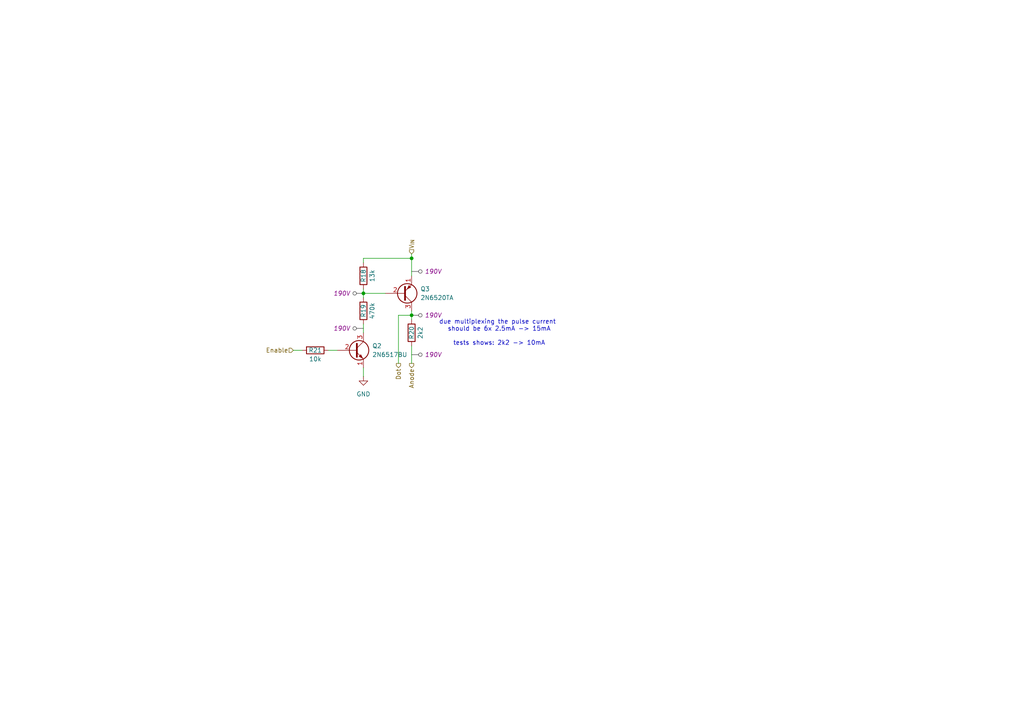
<source format=kicad_sch>
(kicad_sch (version 20231120) (generator "eeschema") (generator_version "8.0")
  (paper "A4")
  (lib_symbols
    (symbol "Device:Q_NPN_EBC" (pin_names (offset 0) hide)
      (property "Reference" "Q" (at 5.08 1.27 0))
      (property "Value" "Q_NPN_EBC" (at 5.08 -1.27 0))
      (symbol "Q_NPN_EBC_0_1"
        (polyline (pts (xy 0.635 0.635) (xy 2.54 2.54)))
        (polyline (pts (xy 0.635 -0.635) (xy 2.54 -2.54) (xy 2.54 -2.54)))
        (polyline (pts (xy 0.635 1.905) (xy 0.635 -1.905) (xy 0.635 -1.905)) (stroke (width 0.508)))
        (polyline (pts (xy 1.27 -1.778) (xy 1.778 -1.27) (xy 2.286 -2.286) (xy 1.27 -1.778) (xy 1.27 -1.778)) (fill (type outline)))
        (circle (center 1.27 0) (radius 2.8194) (stroke (width 0.254)))
      )
      (symbol "Q_NPN_EBC_1_1"
        (pin passive line (at 2.54 -5.08 90) (length 2.54) (name "E") (number "1"))
        (pin passive line (at -5.08 0 0) (length 5.715) (name "B") (number "2"))
        (pin passive line (at 2.54 5.08 270) (length 2.54) (name "C") (number "3"))
      )
    )
    (symbol "Device:Q_PNP_EBC" (pin_names (offset 0) hide)
      (property "Reference" "Q" (at 5.08 1.27 0))
      (property "Value" "Q_PNP_EBC" (at 5.08 -1.27 0))
      (symbol "Q_PNP_EBC_0_1"
        (polyline (pts (xy 0.635 0.635) (xy 2.54 2.54)))
        (polyline (pts (xy 0.635 -0.635) (xy 2.54 -2.54) (xy 2.54 -2.54)))
        (polyline (pts (xy 0.635 1.905) (xy 0.635 -1.905) (xy 0.635 -1.905)) (stroke (width 0.508)))
        (polyline (pts (xy 2.286 -1.778) (xy 1.778 -2.286) (xy 1.27 -1.27) (xy 2.286 -1.778) (xy 2.286 -1.778)) (fill (type outline)))
        (circle (center 1.27 0) (radius 2.8194) (stroke (width 0.254)))
      )
      (symbol "Q_PNP_EBC_1_1"
        (pin passive line (at 2.54 -5.08 90) (length 2.54) (name "E") (number "1"))
        (pin input line (at -5.08 0 0) (length 5.715) (name "B") (number "2"))
        (pin passive line (at 2.54 5.08 270) (length 2.54) (name "C") (number "3"))
      )
    )
    (symbol "Device:R" (pin_numbers hide) (pin_names (offset 0))
      (property "Reference" "R" (at 2.032 0 90))
      (property "Value" "R" (at 0 0 90))
      (symbol "R_0_1"
        (rectangle (start -1.016 -2.54) (end 1.016 2.54) (stroke (width 0.254)))
      )
      (symbol "R_1_1"
        (pin passive line (at 0 3.81 270) (length 1.27) (name "~") (number "1"))
        (pin passive line (at 0 -3.81 90) (length 1.27) (name "~") (number "2"))
      )
    )
    (symbol "power:GND" (power) (pin_numbers hide) (pin_names (offset 0) hide)
      (property "Value" "GND" (at 0 -3.81 0))
      (symbol "GND_0_1"
        (polyline (pts (xy 0 0) (xy 0 -1.27) (xy 1.27 -1.27) (xy 0 -2.54) (xy -1.27 -1.27) (xy 0 -1.27)))
      )
      (symbol "GND_1_1"
        (pin power_in line (at 0 0 270) (length 0) (name "~") (number "1"))
      )
    )
  )
  (junction (at 119.38 74.93))
  (junction (at 119.38 91.44))
  (junction (at 105.41 85.09))
  (wire (pts (xy 115.57 91.44) (xy 115.57 105.41)))
  (wire (pts (xy 105.41 93.98) (xy 105.41 96.52)))
  (wire (pts (xy 105.41 85.09) (xy 105.41 86.36)))
  (wire (pts (xy 119.38 90.17) (xy 119.38 91.44)))
  (wire (pts (xy 105.41 106.68) (xy 105.41 109.22)))
  (wire (pts (xy 105.41 83.82) (xy 105.41 85.09)))
  (wire (pts (xy 105.41 85.09) (xy 111.76 85.09)))
  (wire (pts (xy 115.57 91.44) (xy 119.38 91.44)))
  (wire (pts (xy 85.09 101.6) (xy 87.63 101.6)))
  (wire (pts (xy 105.41 74.93) (xy 105.41 76.2)))
  (wire (pts (xy 105.41 74.93) (xy 119.38 74.93)))
  (wire (pts (xy 119.38 100.33) (xy 119.38 105.41)))
  (wire (pts (xy 119.38 73.66) (xy 119.38 74.93)))
  (wire (pts (xy 119.38 91.44) (xy 119.38 92.71)))
  (wire (pts (xy 119.38 74.93) (xy 119.38 80.01)))
  (wire (pts (xy 95.25 101.6) (xy 97.79 101.6)))
  (text "due multiplexing the pulse current \nshould be 6x 2.5mA -> 15mA\n\ntests shows: 2k2 -> 10mA" (at 144.78 96.52 0) (effects (font (size 1.27 1.27))))
  (hierarchical_label "Enable" (shape input) (at 85.09 101.6 180))
  (hierarchical_label "Anode" (shape output) (at 119.38 105.41 270))
  (hierarchical_label "V_{IN}" (shape input) (at 119.38 73.66 90))
  (hierarchical_label "Dot" (shape output) (at 115.57 105.41 270))
  (netclass_flag "" (length 2.54) (shape round) (at 119.38 91.44 270) (property "Netclass" "190V" (at 123.19 91.44 0) (effects (font (italic yes)) (justify left))))
  (netclass_flag "" (length 2.54) (shape round) (at 119.38 102.87 270) (property "Netclass" "190V" (at 123.19 102.87 0) (effects (font (italic yes)) (justify left))))
  (netclass_flag "" (length 2.54) (shape round) (at 105.41 95.25 90) (property "Netclass" "190V" (at 101.6 95.25 0) (effects (font (italic yes)) (justify right))))
  (netclass_flag "" (length 2.54) (shape round) (at 119.38 78.74 270) (property "Netclass" "190V" (at 123.19 78.74 0) (effects (font (italic yes)) (justify left))))
  (netclass_flag "" (length 2.54) (shape round) (at 105.41 85.09 90) (property "Netclass" "190V" (at 101.6 85.09 0) (effects (font (italic yes)) (justify right))))
  (symbol (lib_id "power:GND") (at 105.41 109.22 0) (unit 1)
    (property "Reference" "#PWR056" (effects (hide yes)))
    (property "Value" "GND" (at 105.41 114.3 0))
    (property "Description" "Power symbol creates a global label with name \"GND\" , ground" (effects (hide yes)))
    (instances (project "nixie-clock" (path "" (reference "#PWR056") (unit 1)) (path "" (reference "#PWR057") (unit 1)) (path "" (reference "#PWR058") (unit 1)) (path "" (reference "#PWR059") (unit 1)) (path "" (reference "#PWR060") (unit 1)) (path "" (reference "#PWR055") (unit 1)) (path "" (reference "#PWR073") (unit 1))))
  )
  (symbol (lib_id "Device:Q_PNP_EBC") (at 116.84 85.09 0) (mirror x) (unit 1)
    (property "Reference" "Q3" (at 121.92 83.8199 0) (effects (justify left)))
    (property "Value" "2N6520TA" (at 121.92 86.3599 0) (effects (justify left)))
    (property "Footprint" "Package_TO_SOT_THT:TO-92_Wide" (effects (hide yes)))
    (property "Datasheet" "https://www.onsemi.com/pdf/datasheet/2n6515-d.pdf" (effects (hide yes)))
    (property "Description" "PNP transistor, emitter/base/collector" (effects (hide yes)))
    (instances (project "nixie-clock" (path "" (reference "Q3") (unit 1)) (path "" (reference "Q5") (unit 1)) (path "" (reference "Q7") (unit 1)) (path "" (reference "Q9") (unit 1)) (path "" (reference "Q11") (unit 1)) (path "" (reference "Q13") (unit 1)) (path "" (reference "Q27") (unit 1))))
  )
  (symbol (lib_id "Device:R") (at 119.38 96.52 0) (unit 1)
    (property "Reference" "R20" (at 119.38 96.52 90))
    (property "Value" "2k2" (at 121.92 96.52 90))
    (property "Footprint" "Resistor_SMD:R_1206_3216Metric_Pad1.30x1.75mm_HandSolder" (effects (hide yes)))
    (instances (project "nixie-clock" (path "" (reference "R20") (unit 1)) (path "" (reference "R24") (unit 1)) (path "" (reference "R28") (unit 1)) (path "" (reference "R32") (unit 1)) (path "" (reference "R36") (unit 1)) (path "" (reference "R40") (unit 1)) (path "" (reference "R70") (unit 1))))
  )
  (symbol (lib_id "Device:R") (at 105.41 90.17 180) (unit 1)
    (property "Reference" "R19" (at 105.41 90.17 90))
    (property "Value" "470k" (at 107.95 90.17 90))
    (property "Footprint" "Resistor_SMD:R_1206_3216Metric_Pad1.30x1.75mm_HandSolder" (effects (hide yes)))
    (instances (project "nixie-clock" (path "" (reference "R19") (unit 1)) (path "" (reference "R23") (unit 1)) (path "" (reference "R27") (unit 1)) (path "" (reference "R31") (unit 1)) (path "" (reference "R35") (unit 1)) (path "" (reference "R39") (unit 1)) (path "" (reference "R69") (unit 1))))
  )
  (symbol (lib_id "Device:R") (at 105.41 80.01 180) (unit 1)
    (property "Reference" "R18" (at 105.41 80.01 90))
    (property "Value" "13k" (at 107.95 80.01 90))
    (property "Footprint" "Resistor_SMD:R_1206_3216Metric_Pad1.30x1.75mm_HandSolder" (effects (hide yes)))
    (instances (project "nixie-clock" (path "" (reference "R18") (unit 1)) (path "" (reference "R22") (unit 1)) (path "" (reference "R26") (unit 1)) (path "" (reference "R30") (unit 1)) (path "" (reference "R34") (unit 1)) (path "" (reference "R38") (unit 1)) (path "" (reference "R68") (unit 1))))
  )
  (symbol (lib_id "Device:Q_NPN_EBC") (at 102.87 101.6 0) (unit 1)
    (property "Reference" "Q2" (at 107.95 100.3299 0) (effects (justify left)))
    (property "Value" "2N6517BU" (at 107.95 102.8699 0) (effects (justify left)))
    (property "Footprint" "Package_TO_SOT_THT:TO-92_Wide" (effects (hide yes)))
    (property "Datasheet" "https://www.onsemi.com/pdf/datasheet/2n6515-d.pdf" (effects (hide yes)))
    (property "Description" "NPN transistor, emitter/base/collector" (effects (hide yes)))
    (instances (project "nixie-clock" (path "" (reference "Q2") (unit 1)) (path "" (reference "Q4") (unit 1)) (path "" (reference "Q6") (unit 1)) (path "" (reference "Q8") (unit 1)) (path "" (reference "Q10") (unit 1)) (path "" (reference "Q12") (unit 1)) (path "" (reference "Q26") (unit 1))))
  )
  (symbol (lib_id "Device:R") (at 91.44 101.6 90) (unit 1)
    (property "Reference" "R21" (at 91.44 101.6 90))
    (property "Value" "10k" (at 91.44 104.14 90))
    (property "Footprint" "Resistor_SMD:R_0603_1608Metric_Pad0.98x0.95mm_HandSolder" (effects (hide yes)))
    (instances (project "nixie-clock" (path "" (reference "R21") (unit 1)) (path "" (reference "R25") (unit 1)) (path "" (reference "R29") (unit 1)) (path "" (reference "R33") (unit 1)) (path "" (reference "R37") (unit 1)) (path "" (reference "R17") (unit 1)) (path "" (reference "R67") (unit 1))))
  )
)
</source>
